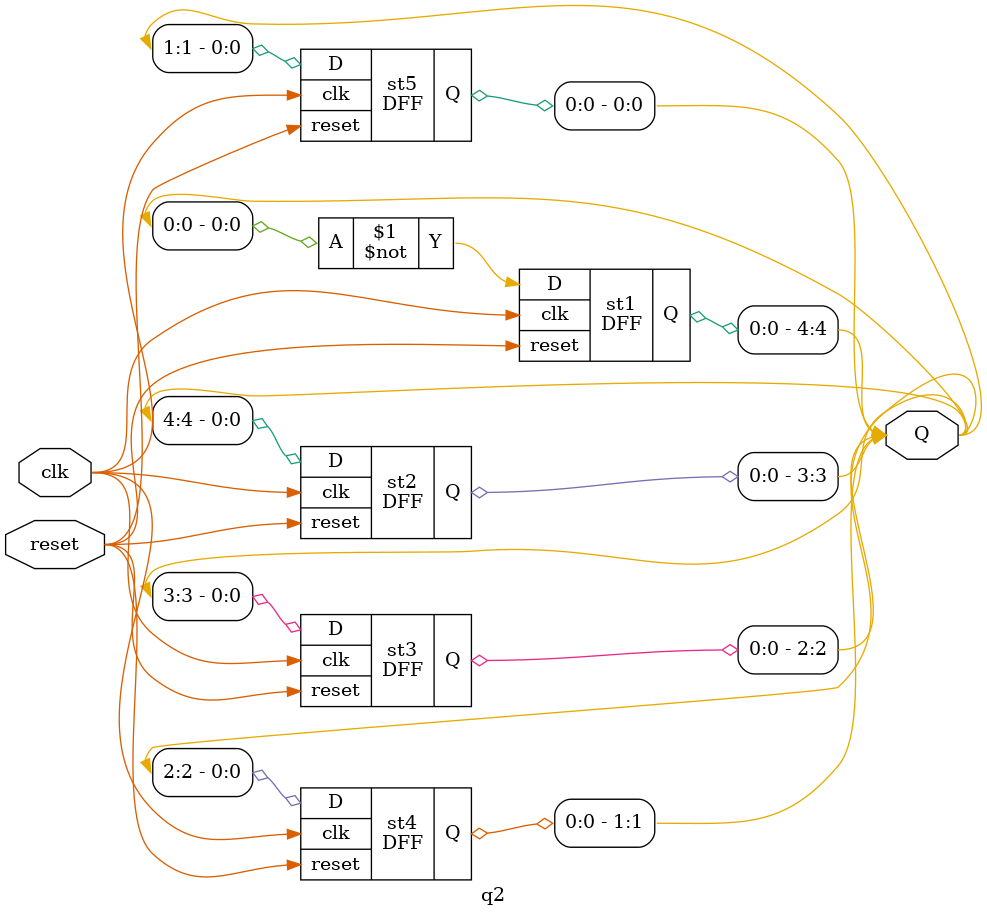
<source format=v>
module DFF(D, clk, reset, Q);
	input D, clk, reset;
	output reg Q;
	always @(posedge clk)
		if (!reset)
			Q <= D;
		else 
			Q <= 0;
endmodule

module q2(clk, reset, Q);
	input clk, reset;
	output [4:0]Q;
	DFF st1(~Q[0], clk, reset, Q[4]);
	DFF st2(Q[4], clk, reset, Q[3]);
	DFF st3(Q[3], clk, reset, Q[2]);
	DFF st4(Q[2], clk, reset, Q[1]);
	DFF st5(Q[1], clk, reset, Q[0]);
endmodule

</source>
